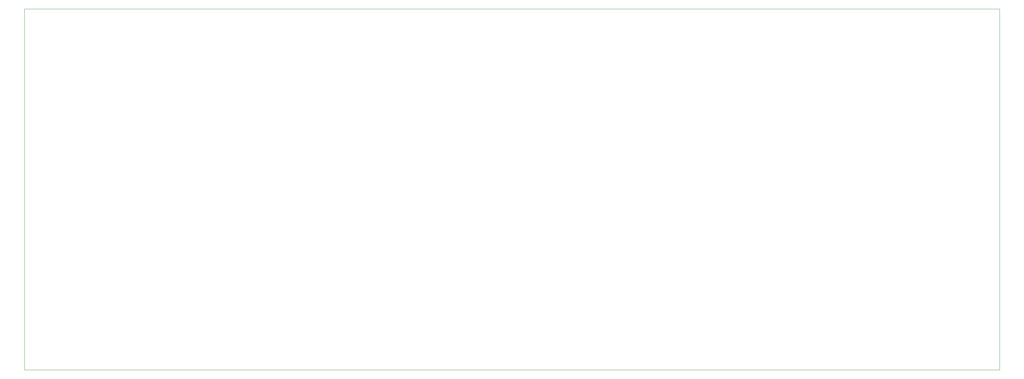
<source format=gbr>
G04 #@! TF.GenerationSoftware,KiCad,Pcbnew,(5.1.5-0-10_14)*
G04 #@! TF.CreationDate,2020-03-13T19:41:52-07:00*
G04 #@! TF.ProjectId,SpectrumAnayzerMini32Horz,53706563-7472-4756-9d41-6e61797a6572,rev?*
G04 #@! TF.SameCoordinates,Original*
G04 #@! TF.FileFunction,Profile,NP*
%FSLAX46Y46*%
G04 Gerber Fmt 4.6, Leading zero omitted, Abs format (unit mm)*
G04 Created by KiCad (PCBNEW (5.1.5-0-10_14)) date 2020-03-13 19:41:52*
%MOMM*%
%LPD*%
G04 APERTURE LIST*
%ADD10C,0.050000*%
G04 APERTURE END LIST*
D10*
X20955000Y-123825000D02*
X20955000Y-27305000D01*
X281305000Y-123825000D02*
X20955000Y-123825000D01*
X281305000Y-27305000D02*
X281305000Y-123825000D01*
X20955000Y-27305000D02*
X281305000Y-27305000D01*
M02*

</source>
